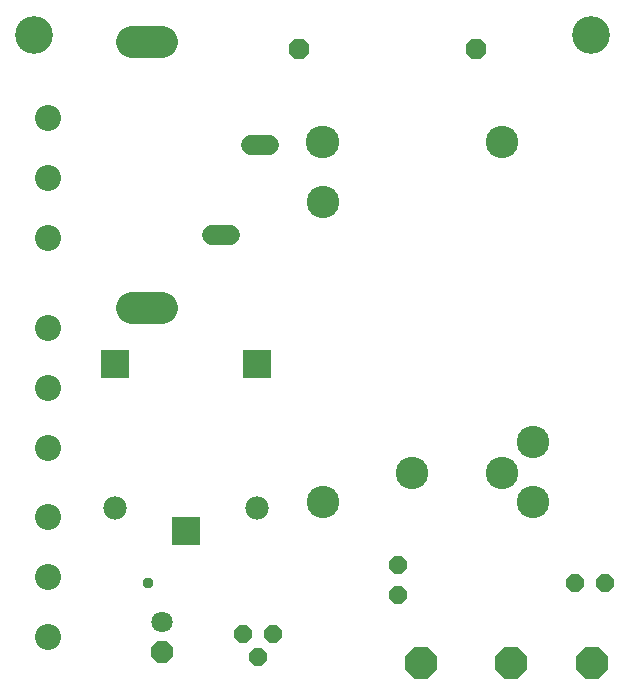
<source format=gbr>
G04 EAGLE Gerber RS-274X export*
G75*
%MOMM*%
%FSLAX34Y34*%
%LPD*%
%INSoldermask Bottom*%
%IPPOS*%
%AMOC8*
5,1,8,0,0,1.08239X$1,22.5*%
G01*
%ADD10C,3.203200*%
%ADD11P,1.869504X8X202.500000*%
%ADD12C,2.203200*%
%ADD13C,2.743200*%
%ADD14C,1.727200*%
%ADD15C,2.743200*%
%ADD16R,2.387600X2.387600*%
%ADD17C,1.981200*%
%ADD18P,2.969212X8X22.500000*%
%ADD19P,1.951982X8X292.500000*%
%ADD20C,1.803400*%
%ADD21P,1.649562X8X202.500000*%
%ADD22P,1.649562X8X112.500000*%
%ADD23C,0.959600*%


D10*
X31000Y560000D03*
X502275Y560000D03*
D11*
X405130Y548640D03*
X255270Y548640D03*
D12*
X42930Y388409D03*
X42930Y439209D03*
X42930Y490009D03*
X42930Y210609D03*
X42930Y261409D03*
X42930Y312209D03*
X42930Y50589D03*
X42930Y101389D03*
X42930Y152189D03*
D13*
X114300Y554482D02*
X139700Y554482D01*
X139700Y329438D02*
X114300Y329438D01*
D14*
X214630Y467360D02*
X229870Y467360D01*
X196850Y391160D02*
X181610Y391160D01*
D15*
X275590Y469900D03*
X275590Y419100D03*
X275590Y165100D03*
X453390Y165100D03*
X453390Y215900D03*
D16*
X160020Y139820D03*
X220020Y281820D03*
X100020Y281820D03*
D17*
X100020Y159820D03*
X220020Y159820D03*
D18*
X358775Y28575D03*
X503555Y28575D03*
X434975Y28575D03*
D19*
X139700Y38100D03*
D20*
X139700Y63500D03*
D15*
X427155Y469565D03*
X275155Y469565D03*
X427155Y189565D03*
X351155Y189565D03*
D21*
X514350Y95885D03*
X488950Y95885D03*
X208280Y52705D03*
X220980Y33655D03*
X233680Y52705D03*
D22*
X339090Y85725D03*
X339090Y111125D03*
D23*
X127635Y96520D03*
M02*

</source>
